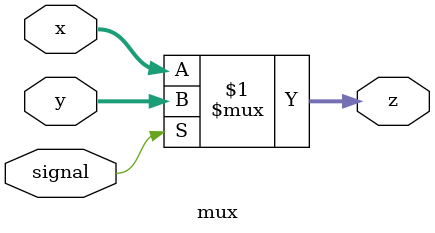
<source format=v>
`timescale 1ns / 1ps


module mux(
        input [31:0] x,
        input [31:0] y,
        input signal,
        output [31:0] z
    );
    assign z = signal ? y : x;
endmodule

</source>
